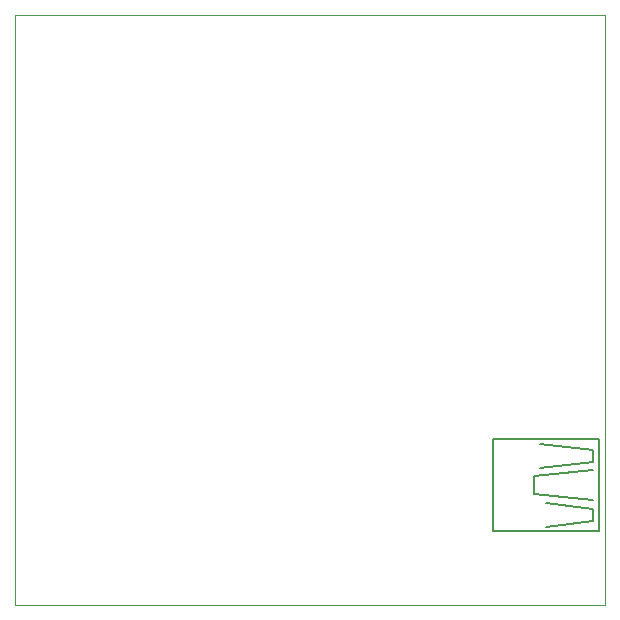
<source format=gbo>
G75*
%MOIN*%
%OFA0B0*%
%FSLAX25Y25*%
%IPPOS*%
%LPD*%
%AMOC8*
5,1,8,0,0,1.08239X$1,22.5*
%
%ADD10C,0.00000*%
%ADD11C,0.00500*%
D10*
X0004919Y0007548D02*
X0004919Y0204398D01*
X0201769Y0204398D01*
X0201769Y0007548D01*
X0004919Y0007548D01*
D11*
X0164250Y0032194D02*
X0199683Y0032194D01*
X0199683Y0062902D01*
X0164250Y0062902D01*
X0164250Y0032194D01*
X0178029Y0044595D02*
X0178029Y0050501D01*
X0197714Y0052469D01*
X0197714Y0055422D02*
X0179998Y0053454D01*
X0179998Y0061328D02*
X0197714Y0059359D01*
X0197714Y0055422D01*
X0197714Y0042627D02*
X0178029Y0044595D01*
X0181966Y0041643D02*
X0197714Y0039674D01*
X0197714Y0035737D01*
X0181966Y0033769D01*
M02*

</source>
